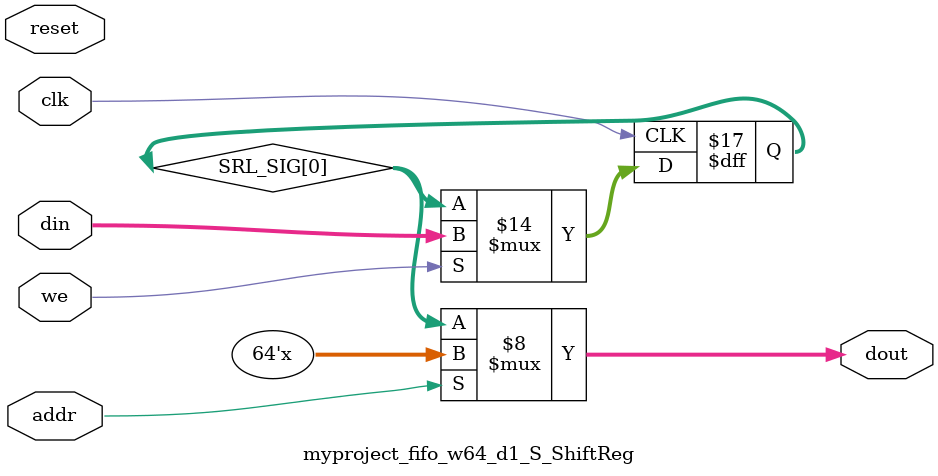
<source format=v>

`timescale 1 ns / 1 ps


module myproject_fifo_w64_d1_S
#(parameter
    MEM_STYLE   = "shiftReg",
    DATA_WIDTH  = 64,
    ADDR_WIDTH  = 1,
    DEPTH       = 1)
(
    // system signal
    input  wire                  clk,
    input  wire                  reset,

    // write
    output wire                  if_full_n,
    input  wire                  if_write_ce,
    input  wire                  if_write,
    input  wire [DATA_WIDTH-1:0] if_din,
    
    // read 
    output wire [ADDR_WIDTH:0]   if_num_data_valid, // for FRP
    output wire [ADDR_WIDTH:0]   if_fifo_cap,       // for FRP
    output wire                  if_empty_n,
    input  wire                  if_read_ce,
    input  wire                  if_read,
    output wire [DATA_WIDTH-1:0] if_dout
);
//------------------------Parameter----------------------

//------------------------Local signal-------------------
    wire [ADDR_WIDTH-1:0]     addr;
    wire                      push;
    wire                      pop;
    reg signed [ADDR_WIDTH:0] mOutPtr;
    reg                       empty_n = 1'b0;
    reg                       full_n  = 1'b1;
    // with almost full?  no 
    // has output register?  no 
//------------------------Instantiation------------------
    myproject_fifo_w64_d1_S_ShiftReg 
    #(  .DATA_WIDTH (DATA_WIDTH),
        .ADDR_WIDTH (ADDR_WIDTH),
        .DEPTH      (DEPTH))
    U_myproject_fifo_w64_d1_S_ShiftReg (
        .clk        (clk),
        .reset      (reset),
        .we         (push),
        .addr       (addr),
        .din        (if_din),
        .dout       (if_dout)
    );
//------------------------Task and function--------------

//------------------------Body---------------------------
    // has num_data_valid ? 
    assign if_num_data_valid = mOutPtr + 1'b1; // yes
    assign if_fifo_cap = DEPTH; // yes  

    // has almost full ? 
    assign if_full_n  = full_n; //no 
    assign push       = full_n & if_write_ce & if_write;

    // has output register? 
    assign if_empty_n = empty_n;  // no
    assign pop        = empty_n & if_read_ce & if_read; // no 

    assign addr       = mOutPtr[ADDR_WIDTH] == 1'b0 ? mOutPtr[ADDR_WIDTH-1:0] : {ADDR_WIDTH{1'b0}};

    // mOutPtr
    always @(posedge clk) begin
        if (reset == 1'b1)
            mOutPtr <= {ADDR_WIDTH+1{1'b1}};
        else if (push & ~pop)
            mOutPtr <= mOutPtr + 1'b1;
        else if (~push & pop)
            mOutPtr <= mOutPtr - 1'b1;
    end

    // full_n
    always @(posedge clk) begin
        if (reset == 1'b1)
            full_n <= 1'b1;
        else if (push & ~pop) begin
            if (mOutPtr == DEPTH - 2)
                full_n <= 1'b0;
        end
        else if (~push & pop)
            full_n <= 1'b1;
    end

    // almost_full_n 

    // empty_n
    always @(posedge clk) begin
        if (reset == 1'b1)
            empty_n <= 1'b0;
        else if (push & ~pop)
            empty_n <= 1'b1;
        else if (~push & pop) begin
            if (mOutPtr == 0)
                empty_n <= 1'b0;
        end
    end
 
    // num_data_valid 

    // dout_vld 

endmodule  


module myproject_fifo_w64_d1_S_ShiftReg
#(parameter
    DATA_WIDTH  = 64,
    ADDR_WIDTH  = 1,
    DEPTH       = 1)
(
    input  wire                  clk,
    input  wire                  reset,
    input  wire                  we,
    input  wire [ADDR_WIDTH-1:0] addr,
    input  wire [DATA_WIDTH-1:0] din,
    //output register? 
    output wire [DATA_WIDTH-1:0] dout // no 
);

    reg [DATA_WIDTH-1:0] SRL_SIG [0:DEPTH-1];
    integer i;

    always @ (posedge clk) begin
        if (we) begin
            for (i=0; i<DEPTH-1; i=i+1)
                SRL_SIG[i+1] <= SRL_SIG[i];
            SRL_SIG[0] <= din;
        end
    end

    //read from SRL, output register? 
    assign dout = SRL_SIG[addr];// no 

endmodule

</source>
